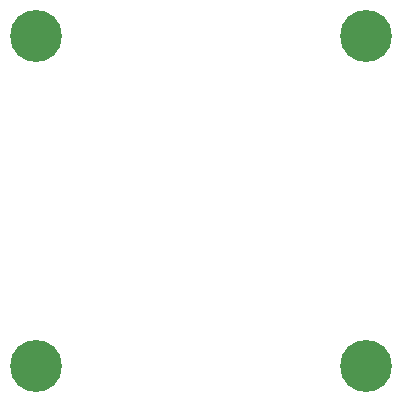
<source format=gtl>
G04 #@! TF.GenerationSoftware,KiCad,Pcbnew,(5.1.4)-1*
G04 #@! TF.CreationDate,2021-09-24T23:04:20-04:00*
G04 #@! TF.ProjectId,horizon-mx-top-plate,686f7269-7a6f-46e2-9d6d-782d746f702d,rev?*
G04 #@! TF.SameCoordinates,Original*
G04 #@! TF.FileFunction,Copper,L1,Top*
G04 #@! TF.FilePolarity,Positive*
%FSLAX46Y46*%
G04 Gerber Fmt 4.6, Leading zero omitted, Abs format (unit mm)*
G04 Created by KiCad (PCBNEW (5.1.4)-1) date 2021-09-24 23:04:20*
%MOMM*%
%LPD*%
G04 APERTURE LIST*
%ADD10C,0.700000*%
%ADD11C,4.400000*%
G04 APERTURE END LIST*
D10*
X224166726Y-126833274D03*
X223000000Y-126350000D03*
X221833274Y-126833274D03*
X221350000Y-128000000D03*
X221833274Y-129166726D03*
X223000000Y-129650000D03*
X224166726Y-129166726D03*
X224650000Y-128000000D03*
D11*
X223000000Y-128000000D03*
D10*
X196166726Y-126833274D03*
X195000000Y-126350000D03*
X193833274Y-126833274D03*
X193350000Y-128000000D03*
X193833274Y-129166726D03*
X195000000Y-129650000D03*
X196166726Y-129166726D03*
X196650000Y-128000000D03*
D11*
X195000000Y-128000000D03*
D10*
X224166726Y-98833274D03*
X223000000Y-98350000D03*
X221833274Y-98833274D03*
X221350000Y-100000000D03*
X221833274Y-101166726D03*
X223000000Y-101650000D03*
X224166726Y-101166726D03*
X224650000Y-100000000D03*
D11*
X223000000Y-100000000D03*
D10*
X196166726Y-98833274D03*
X195000000Y-98350000D03*
X193833274Y-98833274D03*
X193350000Y-100000000D03*
X193833274Y-101166726D03*
X195000000Y-101650000D03*
X196166726Y-101166726D03*
X196650000Y-100000000D03*
D11*
X195000000Y-100000000D03*
M02*

</source>
